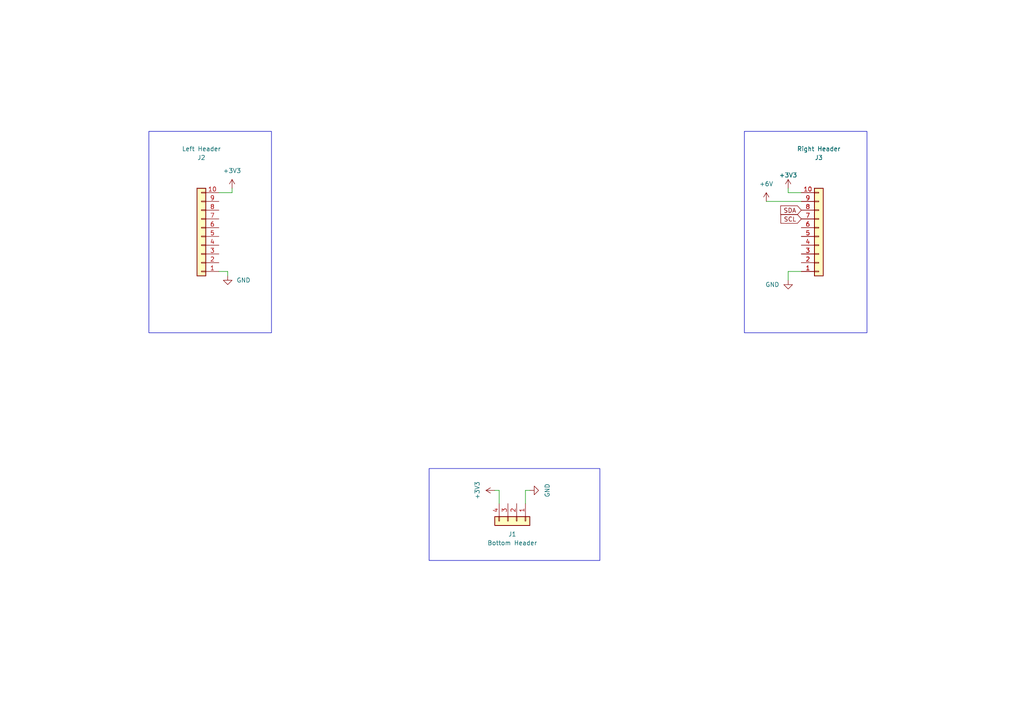
<source format=kicad_sch>
(kicad_sch (version 20230121) (generator eeschema)
  (paper "A4")
  (title_block (title "DotBot Template Shield") (date "2023-12-13") (rev "0.1.0") (company "Inria"))
  (lib_symbols
    (symbol "Connector_Generic:Conn_01x04" (pin_names (offset 1.016) hide)
      (property "Reference" "J" (at 0 5.08 0))
      (property "Value" "Conn_01x04" (at 0 -7.62 0))
      (symbol "Conn_01x04_1_1"
        (rectangle (start -1.27 -4.953) (end 0 -5.207) (stroke (width 0.1524)))
        (rectangle (start -1.27 -2.413) (end 0 -2.667) (stroke (width 0.1524)))
        (rectangle (start -1.27 0.127) (end 0 -0.127) (stroke (width 0.1524)))
        (rectangle (start -1.27 2.667) (end 0 2.413) (stroke (width 0.1524)))
        (rectangle (start -1.27 3.81) (end 1.27 -6.35) (stroke (width 0.254)) (fill (type background)))
        (pin passive line (at -5.08 2.54 0) (length 3.81) (name "Pin_1") (number "1"))
        (pin passive line (at -5.08 0 0) (length 3.81) (name "Pin_2") (number "2"))
        (pin passive line (at -5.08 -2.54 0) (length 3.81) (name "Pin_3") (number "3"))
        (pin passive line (at -5.08 -5.08 0) (length 3.81) (name "Pin_4") (number "4"))
      )
    )
    (symbol "Connector_Generic:Conn_01x10" (pin_names (offset 1.016) hide)
      (property "Reference" "J" (at 0 12.7 0))
      (property "Value" "Conn_01x10" (at 0 -15.24 0))
      (symbol "Conn_01x10_1_1"
        (rectangle (start -1.27 -12.573) (end 0 -12.827) (stroke (width 0.1524)))
        (rectangle (start -1.27 -10.033) (end 0 -10.287) (stroke (width 0.1524)))
        (rectangle (start -1.27 -7.493) (end 0 -7.747) (stroke (width 0.1524)))
        (rectangle (start -1.27 -4.953) (end 0 -5.207) (stroke (width 0.1524)))
        (rectangle (start -1.27 -2.413) (end 0 -2.667) (stroke (width 0.1524)))
        (rectangle (start -1.27 0.127) (end 0 -0.127) (stroke (width 0.1524)))
        (rectangle (start -1.27 2.667) (end 0 2.413) (stroke (width 0.1524)))
        (rectangle (start -1.27 5.207) (end 0 4.953) (stroke (width 0.1524)))
        (rectangle (start -1.27 7.747) (end 0 7.493) (stroke (width 0.1524)))
        (rectangle (start -1.27 10.287) (end 0 10.033) (stroke (width 0.1524)))
        (rectangle (start -1.27 11.43) (end 1.27 -13.97) (stroke (width 0.254)) (fill (type background)))
        (pin passive line (at -5.08 10.16 0) (length 3.81) (name "Pin_1") (number "1"))
        (pin passive line (at -5.08 -12.7 0) (length 3.81) (name "Pin_10") (number "10"))
        (pin passive line (at -5.08 7.62 0) (length 3.81) (name "Pin_2") (number "2"))
        (pin passive line (at -5.08 5.08 0) (length 3.81) (name "Pin_3") (number "3"))
        (pin passive line (at -5.08 2.54 0) (length 3.81) (name "Pin_4") (number "4"))
        (pin passive line (at -5.08 0 0) (length 3.81) (name "Pin_5") (number "5"))
        (pin passive line (at -5.08 -2.54 0) (length 3.81) (name "Pin_6") (number "6"))
        (pin passive line (at -5.08 -5.08 0) (length 3.81) (name "Pin_7") (number "7"))
        (pin passive line (at -5.08 -7.62 0) (length 3.81) (name "Pin_8") (number "8"))
        (pin passive line (at -5.08 -10.16 0) (length 3.81) (name "Pin_9") (number "9"))
      )
    )
    (symbol "OLIMEX_Power:+3.3V" (power) (pin_names (offset 0))
      (property "Value" "+3.3V" (at 0 3.556 0))
      (symbol "+3.3V_0_1"
        (polyline (pts (xy -0.762 1.27) (xy 0 2.54)))
        (polyline (pts (xy 0 0) (xy 0 2.54)))
        (polyline (pts (xy 0 2.54) (xy 0.762 1.27)))
      )
      (symbol "+3.3V_1_1"
        (pin power_in line (at 0 0 90) (length 0) hide (name "+3V3") (number "1"))
      )
    )
    (symbol "OLIMEX_Power:+6V" (power) (pin_names (offset 0))
      (property "Value" "+6V" (at 0 3.556 0))
      (symbol "+6V_0_1"
        (polyline (pts (xy -0.762 1.27) (xy 0 2.54)))
        (polyline (pts (xy 0 0) (xy 0 2.54)))
        (polyline (pts (xy 0 2.54) (xy 0.762 1.27)))
      )
      (symbol "+6V_1_1"
        (pin power_in line (at 0 0 90) (length 0) hide (name "+6V") (number "1"))
      )
    )
    (symbol "OLIMEX_Power:GND" (power) (pin_names (offset 0))
      (property "Value" "GND" (at 0 -3.81 0))
      (symbol "GND_0_1"
        (polyline (pts (xy 0 0) (xy 0 -1.27) (xy 1.27 -1.27) (xy 0 -2.54) (xy -1.27 -1.27) (xy 0 -1.27)))
      )
      (symbol "GND_1_1"
        (pin power_in line (at 0 0 270) (length 0) hide (name "GND") (number "1"))
      )
    )
  )
  (wire (pts (xy 67.31 55.88) (xy 67.31 54.61)))
  (wire (pts (xy 63.5 78.74) (xy 66.04 78.74)))
  (wire (pts (xy 144.78 146.05) (xy 144.78 142.24)))
  (wire (pts (xy 228.6 78.74) (xy 228.6 81.28)))
  (wire (pts (xy 144.78 142.24) (xy 143.51 142.24)))
  (wire (pts (xy 152.4 142.24) (xy 153.67 142.24)))
  (wire (pts (xy 63.5 55.88) (xy 67.31 55.88)))
  (wire (pts (xy 228.6 55.88) (xy 228.6 54.61)))
  (wire (pts (xy 232.41 58.42) (xy 222.25 58.42)))
  (wire (pts (xy 66.04 78.74) (xy 66.04 80.01)))
  (wire (pts (xy 152.4 146.05) (xy 152.4 142.24)))
  (wire (pts (xy 232.41 55.88) (xy 228.6 55.88)))
  (wire (pts (xy 232.41 78.74) (xy 228.6 78.74)))
  (rectangle (start 43.18 38.1) (end 78.74 96.52))
  (rectangle (start 215.9 38.1) (end 251.46 96.52))
  (rectangle (start 124.46 135.89) (end 173.99 162.56))
  (global_label "SCL" (shape input) (at 232.41 63.5 180) (property "Intersheetrefs" "${INTERSHEET_REFS}" (effects hide)))
  (global_label "SDA" (shape input) (at 232.41 60.96 180) (property "Intersheetrefs" "${INTERSHEET_REFS}" (effects hide)))
  (symbol (lib_id "OLIMEX_Power:GND") (at 66.04 80.01 0) (unit 1)
    (property "Reference" "#PWR01" (effects hide))
    (property "Value" "GND" (at 68.58 81.28 0) (effects (justify left)))
  )
  (symbol (lib_id "OLIMEX_Power:+3.3V") (at 67.31 54.61 0) (unit 1)
    (property "Reference" "#PWR04" (effects hide))
    (property "Value" "+3.3V" (at 67.31 49.53 0))
  )
  (symbol (lib_id "Connector_Generic:Conn_01x10") (at 237.49 68.58 0) (mirror x) (unit 1)
    (property "Reference" "J3" (at 237.49 45.72 0))
    (property "Value" "Right Header" (at 237.49 43.18 0))
    (property "Footprint" "Connector_PinHeader_2.54mm:PinHeader_1x10_P2.54mm_Vertical" (effects hide))
    (property "Price" "0.0" (effects hide))
  )
  (symbol (lib_id "OLIMEX_Power:+3.3V") (at 228.6 54.61 0) (mirror y) (unit 1)
    (property "Reference" "#PWR05" (effects hide))
    (property "Value" "+3.3V" (at 228.6 50.8 0))
  )
  (symbol (lib_id "OLIMEX_Power:+3.3V") (at 143.51 142.24 90) (unit 1)
    (property "Reference" "#PWR02" (effects hide))
    (property "Value" "+3.3V" (at 138.43 142.24 0))
  )
  (symbol (lib_id "OLIMEX_Power:GND") (at 228.6 81.28 0) (mirror y) (unit 1)
    (property "Reference" "#PWR06" (effects hide))
    (property "Value" "GND" (at 226.06 82.55 0) (effects (justify left)))
  )
  (symbol (lib_id "Connector_Generic:Conn_01x04") (at 149.86 151.13 270) (unit 1)
    (property "Reference" "J1" (at 148.59 154.94 90))
    (property "Value" "Bottom Header" (at 148.59 157.48 90))
    (property "Footprint" "Connector_PinHeader_2.54mm:PinHeader_1x04_P2.54mm_Vertical" (effects hide))
    (property "Price" "0.0" (effects hide))
  )
  (symbol (lib_id "OLIMEX_Power:+6V") (at 222.25 58.42 0) (mirror y) (unit 1)
    (property "Reference" "#PWR07" (effects hide))
    (property "Value" "+6V" (at 222.25 53.34 0))
  )
  (symbol (lib_id "Connector_Generic:Conn_01x10") (at 58.42 68.58 180) (unit 1)
    (property "Reference" "J2" (at 58.42 45.72 0))
    (property "Value" "Left Header" (at 58.42 43.18 0))
    (property "Footprint" "Connector_PinHeader_2.54mm:PinHeader_1x10_P2.54mm_Vertical" (effects hide))
    (property "Price" "0.0" (effects hide))
  )
  (symbol (lib_id "OLIMEX_Power:GND") (at 153.67 142.24 90) (unit 1)
    (property "Reference" "#PWR03" (effects hide))
    (property "Value" "GND" (at 158.75 142.24 0))
  )
)
</source>
